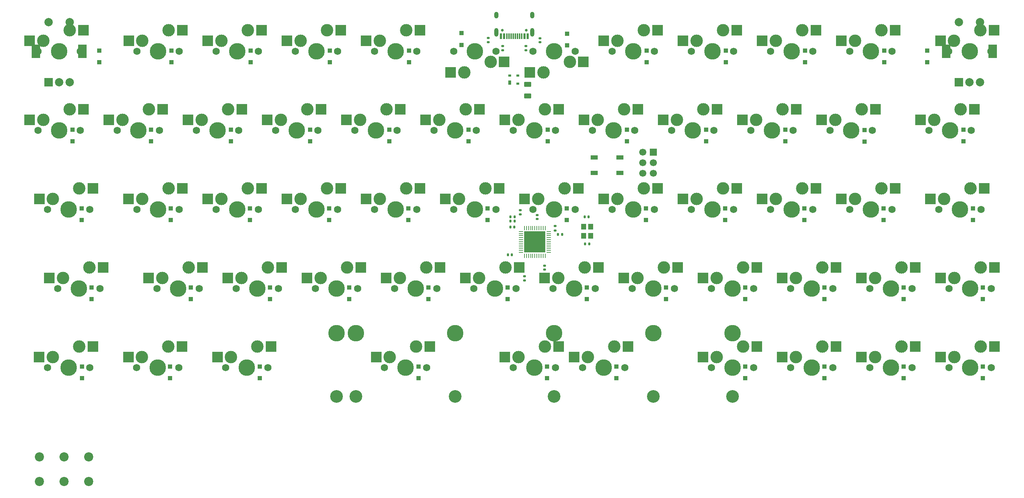
<source format=gbr>
%TF.GenerationSoftware,KiCad,Pcbnew,(7.0.0)*%
%TF.CreationDate,2023-05-29T16:26:44+02:00*%
%TF.ProjectId,the PETER keyboard,74686520-5045-4544-9552-206b6579626f,rev?*%
%TF.SameCoordinates,Original*%
%TF.FileFunction,Soldermask,Bot*%
%TF.FilePolarity,Negative*%
%FSLAX46Y46*%
G04 Gerber Fmt 4.6, Leading zero omitted, Abs format (unit mm)*
G04 Created by KiCad (PCBNEW (7.0.0)) date 2023-05-29 16:26:44*
%MOMM*%
%LPD*%
G01*
G04 APERTURE LIST*
G04 Aperture macros list*
%AMRoundRect*
0 Rectangle with rounded corners*
0 $1 Rounding radius*
0 $2 $3 $4 $5 $6 $7 $8 $9 X,Y pos of 4 corners*
0 Add a 4 corners polygon primitive as box body*
4,1,4,$2,$3,$4,$5,$6,$7,$8,$9,$2,$3,0*
0 Add four circle primitives for the rounded corners*
1,1,$1+$1,$2,$3*
1,1,$1+$1,$4,$5*
1,1,$1+$1,$6,$7*
1,1,$1+$1,$8,$9*
0 Add four rect primitives between the rounded corners*
20,1,$1+$1,$2,$3,$4,$5,0*
20,1,$1+$1,$4,$5,$6,$7,0*
20,1,$1+$1,$6,$7,$8,$9,0*
20,1,$1+$1,$8,$9,$2,$3,0*%
G04 Aperture macros list end*
%ADD10C,1.750000*%
%ADD11C,3.000000*%
%ADD12C,3.987800*%
%ADD13R,2.550000X2.500000*%
%ADD14C,2.200000*%
%ADD15C,3.048000*%
%ADD16R,2.000000X2.000000*%
%ADD17C,2.000000*%
%ADD18R,2.000000X3.200000*%
%ADD19R,1.100000X1.100000*%
%ADD20RoundRect,0.135000X0.185000X-0.135000X0.185000X0.135000X-0.185000X0.135000X-0.185000X-0.135000X0*%
%ADD21RoundRect,0.135000X-0.185000X0.135000X-0.185000X-0.135000X0.185000X-0.135000X0.185000X0.135000X0*%
%ADD22RoundRect,0.140000X-0.170000X0.140000X-0.170000X-0.140000X0.170000X-0.140000X0.170000X0.140000X0*%
%ADD23RoundRect,0.140000X-0.140000X-0.170000X0.140000X-0.170000X0.140000X0.170000X-0.140000X0.170000X0*%
%ADD24C,0.650000*%
%ADD25R,0.600000X1.450000*%
%ADD26R,0.300000X1.450000*%
%ADD27O,1.000000X1.600000*%
%ADD28O,1.000000X2.100000*%
%ADD29RoundRect,0.135000X-0.135000X-0.185000X0.135000X-0.185000X0.135000X0.185000X-0.135000X0.185000X0*%
%ADD30RoundRect,0.140000X0.140000X0.170000X-0.140000X0.170000X-0.140000X-0.170000X0.140000X-0.170000X0*%
%ADD31R,1.800000X1.100000*%
%ADD32RoundRect,0.250000X-0.625000X0.375000X-0.625000X-0.375000X0.625000X-0.375000X0.625000X0.375000X0*%
%ADD33RoundRect,0.140000X0.170000X-0.140000X0.170000X0.140000X-0.170000X0.140000X-0.170000X-0.140000X0*%
%ADD34R,0.700000X1.000000*%
%ADD35R,0.700000X0.600000*%
%ADD36R,1.200000X1.400000*%
%ADD37C,1.700000*%
%ADD38R,1.700000X1.700000*%
%ADD39RoundRect,0.062500X-0.062500X0.475000X-0.062500X-0.475000X0.062500X-0.475000X0.062500X0.475000X0*%
%ADD40RoundRect,0.062500X-0.475000X0.062500X-0.475000X-0.062500X0.475000X-0.062500X0.475000X0.062500X0*%
%ADD41R,5.200000X5.200000*%
G04 APERTURE END LIST*
D10*
%TO.C,MX56*%
X210820000Y-132842000D03*
D11*
X212090000Y-130302000D03*
D12*
X215900000Y-132842000D03*
D11*
X218440000Y-127762000D03*
D10*
X220980000Y-132842000D03*
D13*
X208814999Y-130301999D03*
X221741999Y-127761999D03*
%TD*%
D14*
%TO.C,H2*%
X42062500Y-160337500D03*
%TD*%
D10*
%TO.C,MX51*%
X75006200Y-132842000D03*
D11*
X76276200Y-130302000D03*
D12*
X80086200Y-132842000D03*
D11*
X82626200Y-127762000D03*
D10*
X85166200Y-132842000D03*
D13*
X73001199Y-130301999D03*
X85928199Y-127761999D03*
%TD*%
D14*
%TO.C,H1*%
X42062500Y-154387500D03*
%TD*%
D12*
%TO.C,MX52*%
X106324400Y-124587000D03*
D15*
X106324400Y-139827000D03*
D10*
X113182400Y-132842000D03*
D11*
X114452400Y-130302000D03*
D12*
X118262400Y-132842000D03*
D11*
X120802400Y-127762000D03*
D10*
X123342400Y-132842000D03*
D12*
X130200400Y-124587000D03*
D15*
X130200400Y-139827000D03*
D13*
X111177399Y-130301999D03*
X124104399Y-127761999D03*
%TD*%
D10*
%TO.C,MX13*%
X29845000Y-75692000D03*
D11*
X31115000Y-73152000D03*
D12*
X34925000Y-75692000D03*
D11*
X37465000Y-70612000D03*
D10*
X40005000Y-75692000D03*
D13*
X27839999Y-73151999D03*
X40766999Y-70611999D03*
%TD*%
D14*
%TO.C,H4*%
X36112500Y-154387500D03*
%TD*%
D10*
%TO.C,MX37*%
X34594800Y-113792000D03*
D11*
X35864800Y-111252000D03*
D12*
X39674800Y-113792000D03*
D11*
X42214800Y-108712000D03*
D10*
X44754800Y-113792000D03*
D13*
X32589799Y-111251999D03*
X45516799Y-108711999D03*
%TD*%
D10*
%TO.C,MX19*%
X144145000Y-75692000D03*
D11*
X145415000Y-73152000D03*
D12*
X149225000Y-75692000D03*
D11*
X151765000Y-70612000D03*
D10*
X154305000Y-75692000D03*
D13*
X142139999Y-73151999D03*
X155066999Y-70611999D03*
%TD*%
D12*
%TO.C,MX54*%
X153924000Y-124587000D03*
D15*
X153924000Y-139827000D03*
D10*
X160782000Y-132842000D03*
D11*
X162052000Y-130302000D03*
D12*
X165862000Y-132842000D03*
D11*
X168402000Y-127762000D03*
D10*
X170942000Y-132842000D03*
D12*
X177800000Y-124587000D03*
D15*
X177800000Y-139827000D03*
D13*
X158776999Y-130301999D03*
X171703999Y-127761999D03*
%TD*%
D10*
%TO.C,MX7*%
X159004000Y-56642000D03*
D11*
X157734000Y-59182000D03*
D12*
X153924000Y-56642000D03*
D11*
X151384000Y-61722000D03*
D10*
X148844000Y-56642000D03*
D13*
X161008999Y-59181999D03*
X148081999Y-61721999D03*
%TD*%
D10*
%TO.C,MX46*%
X210820000Y-113792000D03*
D11*
X212090000Y-111252000D03*
D12*
X215900000Y-113792000D03*
D11*
X218440000Y-108712000D03*
D10*
X220980000Y-113792000D03*
D13*
X208814999Y-111251999D03*
X221741999Y-108711999D03*
%TD*%
D16*
%TO.C,SW1*%
X32424999Y-64141999D03*
D17*
X37425000Y-64142000D03*
X34925000Y-64142000D03*
D18*
X29324999Y-56641999D03*
X40524999Y-56641999D03*
D17*
X37425000Y-49642000D03*
X32425000Y-49642000D03*
%TD*%
D10*
%TO.C,MX48*%
X248920000Y-113792000D03*
D11*
X250190000Y-111252000D03*
D12*
X254000000Y-113792000D03*
D11*
X256540000Y-108712000D03*
D10*
X259080000Y-113792000D03*
D13*
X246914999Y-111251999D03*
X259841999Y-108711999D03*
%TD*%
D10*
%TO.C,MX14*%
X48895000Y-75692000D03*
D11*
X50165000Y-73152000D03*
D12*
X53975000Y-75692000D03*
D11*
X56515000Y-70612000D03*
D10*
X59055000Y-75692000D03*
D13*
X46889999Y-73151999D03*
X59816999Y-70611999D03*
%TD*%
D10*
%TO.C,MX12*%
X248894600Y-56642000D03*
D11*
X250164600Y-54102000D03*
D12*
X253974600Y-56642000D03*
D11*
X256514600Y-51562000D03*
D10*
X259054600Y-56642000D03*
D13*
X246889599Y-54101999D03*
X259816599Y-51561999D03*
%TD*%
D10*
%TO.C,MX30*%
X129794000Y-94742000D03*
D11*
X131064000Y-92202000D03*
D12*
X134874000Y-94742000D03*
D11*
X137414000Y-89662000D03*
D10*
X139954000Y-94742000D03*
D13*
X127788999Y-92201999D03*
X140715999Y-89661999D03*
%TD*%
D10*
%TO.C,MX15*%
X67945000Y-75692000D03*
D11*
X69215000Y-73152000D03*
D12*
X73025000Y-75692000D03*
D11*
X75565000Y-70612000D03*
D10*
X78105000Y-75692000D03*
D13*
X65939999Y-73151999D03*
X78866999Y-70611999D03*
%TD*%
D10*
%TO.C,MX26*%
X53594000Y-94742000D03*
D11*
X54864000Y-92202000D03*
D12*
X58674000Y-94742000D03*
D11*
X61214000Y-89662000D03*
D10*
X63754000Y-94742000D03*
D13*
X51588999Y-92201999D03*
X64515999Y-89661999D03*
%TD*%
D10*
%TO.C,MX11*%
X225044000Y-56642000D03*
D11*
X226314000Y-54102000D03*
D12*
X230124000Y-56642000D03*
D11*
X232664000Y-51562000D03*
D10*
X235204000Y-56642000D03*
D13*
X223038999Y-54101999D03*
X235965999Y-51561999D03*
%TD*%
D10*
%TO.C,MX45*%
X191770000Y-113792000D03*
D11*
X193040000Y-111252000D03*
D12*
X196850000Y-113792000D03*
D11*
X199390000Y-108712000D03*
D10*
X201930000Y-113792000D03*
D13*
X189764999Y-111251999D03*
X202691999Y-108711999D03*
%TD*%
D10*
%TO.C,MX18*%
X125095000Y-75692000D03*
D11*
X126365000Y-73152000D03*
D12*
X130175000Y-75692000D03*
D11*
X132715000Y-70612000D03*
D10*
X135255000Y-75692000D03*
D13*
X123089999Y-73151999D03*
X136016999Y-70611999D03*
%TD*%
D10*
%TO.C,MX32*%
X167894000Y-94742000D03*
D11*
X169164000Y-92202000D03*
D12*
X172974000Y-94742000D03*
D11*
X175514000Y-89662000D03*
D10*
X178054000Y-94742000D03*
D13*
X165888999Y-92201999D03*
X178815999Y-89661999D03*
%TD*%
D10*
%TO.C,MX22*%
X201295000Y-75692000D03*
D11*
X202565000Y-73152000D03*
D12*
X206375000Y-75692000D03*
D11*
X208915000Y-70612000D03*
D10*
X211455000Y-75692000D03*
D13*
X199289999Y-73151999D03*
X212216999Y-70611999D03*
%TD*%
D14*
%TO.C,H5*%
X30162500Y-154387500D03*
%TD*%
%TO.C,H3*%
X36112500Y-160337500D03*
%TD*%
D10*
%TO.C,MX35*%
X225044000Y-94742000D03*
D11*
X226314000Y-92202000D03*
D12*
X230124000Y-94742000D03*
D11*
X232664000Y-89662000D03*
D10*
X235204000Y-94742000D03*
D13*
X223038999Y-92201999D03*
X235965999Y-89661999D03*
%TD*%
D10*
%TO.C,MX27*%
X72644000Y-94742000D03*
D11*
X73914000Y-92202000D03*
D12*
X77724000Y-94742000D03*
D11*
X80264000Y-89662000D03*
D10*
X82804000Y-94742000D03*
D13*
X70638999Y-92201999D03*
X83565999Y-89661999D03*
%TD*%
D10*
%TO.C,MX43*%
X153670000Y-113792000D03*
D11*
X154940000Y-111252000D03*
D12*
X158750000Y-113792000D03*
D11*
X161290000Y-108712000D03*
D10*
X163830000Y-113792000D03*
D13*
X151664999Y-111251999D03*
X164591999Y-108711999D03*
%TD*%
D10*
%TO.C,MX3*%
X72644000Y-56642000D03*
D11*
X73914000Y-54102000D03*
D12*
X77724000Y-56642000D03*
D11*
X80264000Y-51562000D03*
D10*
X82804000Y-56642000D03*
D13*
X70638999Y-54101999D03*
X83565999Y-51561999D03*
%TD*%
D10*
%TO.C,MX33*%
X186944000Y-94742000D03*
D11*
X188214000Y-92202000D03*
D12*
X192024000Y-94742000D03*
D11*
X194564000Y-89662000D03*
D10*
X197104000Y-94742000D03*
D13*
X184938999Y-92201999D03*
X197865999Y-89661999D03*
%TD*%
D10*
%TO.C,MX50*%
X53568600Y-132842000D03*
D11*
X54838600Y-130302000D03*
D12*
X58648600Y-132842000D03*
D11*
X61188600Y-127762000D03*
D10*
X63728600Y-132842000D03*
D13*
X51563599Y-130301999D03*
X64490599Y-127761999D03*
%TD*%
D10*
%TO.C,MX47*%
X229870000Y-113792000D03*
D11*
X231140000Y-111252000D03*
D12*
X234950000Y-113792000D03*
D11*
X237490000Y-108712000D03*
D10*
X240030000Y-113792000D03*
D13*
X227864999Y-111251999D03*
X240791999Y-108711999D03*
%TD*%
D10*
%TO.C,MX28*%
X91694000Y-94742000D03*
D11*
X92964000Y-92202000D03*
D12*
X96774000Y-94742000D03*
D11*
X99314000Y-89662000D03*
D10*
X101854000Y-94742000D03*
D13*
X89688999Y-92201999D03*
X102615999Y-89661999D03*
%TD*%
D10*
%TO.C,MX6*%
X139954000Y-56642000D03*
D11*
X138684000Y-59182000D03*
D12*
X134874000Y-56642000D03*
D11*
X132334000Y-61722000D03*
D10*
X129794000Y-56642000D03*
D13*
X141958999Y-59181999D03*
X129031999Y-61721999D03*
%TD*%
D10*
%TO.C,MX49*%
X32131000Y-132842000D03*
D11*
X33401000Y-130302000D03*
D12*
X37211000Y-132842000D03*
D11*
X39751000Y-127762000D03*
D10*
X42291000Y-132842000D03*
D13*
X30125999Y-130301999D03*
X43052999Y-127761999D03*
%TD*%
D10*
%TO.C,MX10*%
X205994000Y-56642000D03*
D11*
X207264000Y-54102000D03*
D12*
X211074000Y-56642000D03*
D11*
X213614000Y-51562000D03*
D10*
X216154000Y-56642000D03*
D13*
X203988999Y-54101999D03*
X216915999Y-51561999D03*
%TD*%
D10*
%TO.C,MX8*%
X167894000Y-56642000D03*
D11*
X169164000Y-54102000D03*
D12*
X172974000Y-56642000D03*
D11*
X175514000Y-51562000D03*
D10*
X178054000Y-56642000D03*
D13*
X165888999Y-54101999D03*
X178815999Y-51561999D03*
%TD*%
D10*
%TO.C,MX9*%
X186944000Y-56642000D03*
D11*
X188214000Y-54102000D03*
D12*
X192024000Y-56642000D03*
D11*
X194564000Y-51562000D03*
D10*
X197104000Y-56642000D03*
D13*
X184938999Y-54101999D03*
X197865999Y-51561999D03*
%TD*%
D10*
%TO.C,MX42*%
X134620000Y-113792000D03*
D11*
X135890000Y-111252000D03*
D12*
X139700000Y-113792000D03*
D11*
X142240000Y-108712000D03*
D10*
X144780000Y-113792000D03*
D13*
X132614999Y-111251999D03*
X145541999Y-108711999D03*
%TD*%
D10*
%TO.C,MX24*%
X244144800Y-75692000D03*
D11*
X245414800Y-73152000D03*
D12*
X249224800Y-75692000D03*
D11*
X251764800Y-70612000D03*
D10*
X254304800Y-75692000D03*
D13*
X242139799Y-73151999D03*
X255066799Y-70611999D03*
%TD*%
D10*
%TO.C,MX20*%
X163195000Y-75692000D03*
D11*
X164465000Y-73152000D03*
D12*
X168275000Y-75692000D03*
D11*
X170815000Y-70612000D03*
D10*
X173355000Y-75692000D03*
D13*
X161189999Y-73151999D03*
X174116999Y-70611999D03*
%TD*%
D10*
%TO.C,MX1*%
X29845000Y-56642000D03*
D11*
X31115000Y-54102000D03*
D12*
X34925000Y-56642000D03*
D11*
X37465000Y-51562000D03*
D10*
X40005000Y-56642000D03*
D13*
X27839999Y-54101999D03*
X40766999Y-51561999D03*
%TD*%
D10*
%TO.C,MX16*%
X86995000Y-75692000D03*
D11*
X88265000Y-73152000D03*
D12*
X92075000Y-75692000D03*
D11*
X94615000Y-70612000D03*
D10*
X97155000Y-75692000D03*
D13*
X84989999Y-73151999D03*
X97916999Y-70611999D03*
%TD*%
D10*
%TO.C,MX38*%
X58420000Y-113792000D03*
D11*
X59690000Y-111252000D03*
D12*
X63500000Y-113792000D03*
D11*
X66040000Y-108712000D03*
D10*
X68580000Y-113792000D03*
D13*
X56414999Y-111251999D03*
X69341999Y-108711999D03*
%TD*%
D10*
%TO.C,MX31*%
X148844000Y-94742000D03*
D11*
X150114000Y-92202000D03*
D12*
X153924000Y-94742000D03*
D11*
X156464000Y-89662000D03*
D10*
X159004000Y-94742000D03*
D13*
X146838999Y-92201999D03*
X159765999Y-89661999D03*
%TD*%
D14*
%TO.C,H6*%
X30162500Y-160337500D03*
%TD*%
D12*
%TO.C,MX53*%
X101600000Y-124587000D03*
D15*
X101600000Y-139827000D03*
D10*
X144145000Y-132842000D03*
D11*
X145415000Y-130302000D03*
D12*
X149225000Y-132842000D03*
D11*
X151765000Y-127762000D03*
D10*
X154305000Y-132842000D03*
D12*
X196850000Y-124587000D03*
D15*
X196850000Y-139827000D03*
D13*
X142139999Y-130301999D03*
X155066999Y-127761999D03*
%TD*%
D10*
%TO.C,MX29*%
X110744000Y-94742000D03*
D11*
X112014000Y-92202000D03*
D12*
X115824000Y-94742000D03*
D11*
X118364000Y-89662000D03*
D10*
X120904000Y-94742000D03*
D13*
X108738999Y-92201999D03*
X121665999Y-89661999D03*
%TD*%
D10*
%TO.C,MX39*%
X77470000Y-113792000D03*
D11*
X78740000Y-111252000D03*
D12*
X82550000Y-113792000D03*
D11*
X85090000Y-108712000D03*
D10*
X87630000Y-113792000D03*
D13*
X75464999Y-111251999D03*
X88391999Y-108711999D03*
%TD*%
D10*
%TO.C,MX55*%
X191770000Y-132842000D03*
D11*
X193040000Y-130302000D03*
D12*
X196850000Y-132842000D03*
D11*
X199390000Y-127762000D03*
D10*
X201930000Y-132842000D03*
D13*
X189764999Y-130301999D03*
X202691999Y-127761999D03*
%TD*%
D10*
%TO.C,MX40*%
X96520000Y-113792000D03*
D11*
X97790000Y-111252000D03*
D12*
X101600000Y-113792000D03*
D11*
X104140000Y-108712000D03*
D10*
X106680000Y-113792000D03*
D13*
X94514999Y-111251999D03*
X107441999Y-108711999D03*
%TD*%
D10*
%TO.C,MX21*%
X182245000Y-75692000D03*
D11*
X183515000Y-73152000D03*
D12*
X187325000Y-75692000D03*
D11*
X189865000Y-70612000D03*
D10*
X192405000Y-75692000D03*
D13*
X180239999Y-73151999D03*
X193166999Y-70611999D03*
%TD*%
D10*
%TO.C,MX5*%
X110744000Y-56642000D03*
D11*
X112014000Y-54102000D03*
D12*
X115824000Y-56642000D03*
D11*
X118364000Y-51562000D03*
D10*
X120904000Y-56642000D03*
D13*
X108738999Y-54101999D03*
X121665999Y-51561999D03*
%TD*%
D10*
%TO.C,MX44*%
X172720000Y-113792000D03*
D11*
X173990000Y-111252000D03*
D12*
X177800000Y-113792000D03*
D11*
X180340000Y-108712000D03*
D10*
X182880000Y-113792000D03*
D13*
X170714999Y-111251999D03*
X183641999Y-108711999D03*
%TD*%
D10*
%TO.C,MX36*%
X246481600Y-94742000D03*
D11*
X247751600Y-92202000D03*
D12*
X251561600Y-94742000D03*
D11*
X254101600Y-89662000D03*
D10*
X256641600Y-94742000D03*
D13*
X244476599Y-92201999D03*
X257403599Y-89661999D03*
%TD*%
D16*
%TO.C,SW12*%
X251372999Y-64141999D03*
D17*
X256373000Y-64142000D03*
X253873000Y-64142000D03*
D18*
X248272999Y-56641999D03*
X259472999Y-56641999D03*
D17*
X256373000Y-49642000D03*
X251373000Y-49642000D03*
%TD*%
D10*
%TO.C,MX4*%
X91694000Y-56642000D03*
D11*
X92964000Y-54102000D03*
D12*
X96774000Y-56642000D03*
D11*
X99314000Y-51562000D03*
D10*
X101854000Y-56642000D03*
D13*
X89688999Y-54101999D03*
X102615999Y-51561999D03*
%TD*%
D10*
%TO.C,MX25*%
X32156400Y-94742000D03*
D11*
X33426400Y-92202000D03*
D12*
X37236400Y-94742000D03*
D11*
X39776400Y-89662000D03*
D10*
X42316400Y-94742000D03*
D13*
X30151399Y-92201999D03*
X43078399Y-89661999D03*
%TD*%
D10*
%TO.C,MX17*%
X106045000Y-75692000D03*
D11*
X107315000Y-73152000D03*
D12*
X111125000Y-75692000D03*
D11*
X113665000Y-70612000D03*
D10*
X116205000Y-75692000D03*
D13*
X104039999Y-73151999D03*
X116966999Y-70611999D03*
%TD*%
D10*
%TO.C,MX41*%
X115570000Y-113792000D03*
D11*
X116840000Y-111252000D03*
D12*
X120650000Y-113792000D03*
D11*
X123190000Y-108712000D03*
D10*
X125730000Y-113792000D03*
D13*
X113564999Y-111251999D03*
X126491999Y-108711999D03*
%TD*%
D10*
%TO.C,MX34*%
X205994000Y-94742000D03*
D11*
X207264000Y-92202000D03*
D12*
X211074000Y-94742000D03*
D11*
X213614000Y-89662000D03*
D10*
X216154000Y-94742000D03*
D13*
X203988999Y-92201999D03*
X216915999Y-89661999D03*
%TD*%
D10*
%TO.C,MX58*%
X248920000Y-132842000D03*
D11*
X250190000Y-130302000D03*
D12*
X254000000Y-132842000D03*
D11*
X256540000Y-127762000D03*
D10*
X259080000Y-132842000D03*
D13*
X246914999Y-130301999D03*
X259841999Y-127761999D03*
%TD*%
D10*
%TO.C,MX2*%
X53657500Y-56642000D03*
D11*
X54927500Y-54102000D03*
D12*
X58737500Y-56642000D03*
D11*
X61277500Y-51562000D03*
D10*
X63817500Y-56642000D03*
D13*
X51652499Y-54101999D03*
X64579499Y-51561999D03*
%TD*%
D10*
%TO.C,MX57*%
X229870000Y-132842000D03*
D11*
X231140000Y-130302000D03*
D12*
X234950000Y-132842000D03*
D11*
X237490000Y-127762000D03*
D10*
X240030000Y-132842000D03*
D13*
X227864999Y-130301999D03*
X240791999Y-127761999D03*
%TD*%
D10*
%TO.C,MX23*%
X220345000Y-75692000D03*
D11*
X221615000Y-73152000D03*
D12*
X225425000Y-75692000D03*
D11*
X227965000Y-70612000D03*
D10*
X230505000Y-75692000D03*
D13*
X218339999Y-73151999D03*
X231266999Y-70611999D03*
%TD*%
D19*
%TO.C,D40*%
X104662999Y-116349999D03*
X104662999Y-113549999D03*
%TD*%
%TO.C,D28*%
X99900499Y-97299999D03*
X99900499Y-94499999D03*
%TD*%
D20*
%TO.C,R_reset1*%
X154178000Y-99824000D03*
X154178000Y-98804000D03*
%TD*%
D19*
%TO.C,D21*%
X190499999Y-78399999D03*
X190499999Y-75599999D03*
%TD*%
D21*
%TO.C,R_USB2*%
X147200000Y-55446200D03*
X147200000Y-56466200D03*
%TD*%
D19*
%TO.C,D26*%
X61800499Y-97299999D03*
X61800499Y-94499999D03*
%TD*%
%TO.C,D9*%
X195262499Y-59349999D03*
X195262499Y-56549999D03*
%TD*%
%TO.C,D50*%
X61599999Y-135399999D03*
X61599999Y-132599999D03*
%TD*%
%TO.C,D44*%
X180862999Y-116349999D03*
X180862999Y-113549999D03*
%TD*%
%TO.C,D45*%
X199912999Y-116349999D03*
X199912999Y-113549999D03*
%TD*%
%TO.C,D17*%
X114299999Y-78399999D03*
X114299999Y-75599999D03*
%TD*%
%TO.C,D52*%
X121331799Y-135399999D03*
X121331799Y-132599999D03*
%TD*%
%TO.C,D58*%
X257062999Y-135399999D03*
X257062999Y-132599999D03*
%TD*%
D21*
%TO.C,R_HWB/PE2*%
X146812000Y-110869000D03*
X146812000Y-111889000D03*
%TD*%
D19*
%TO.C,D38*%
X66562999Y-116349999D03*
X66562999Y-113549999D03*
%TD*%
D22*
%TO.C,C_Decoupler1*%
X151638000Y-108295795D03*
X151638000Y-109255795D03*
%TD*%
D23*
%TO.C,C_crystal2*%
X161318000Y-96558100D03*
X162278000Y-96558100D03*
%TD*%
D19*
%TO.C,D35*%
X233250499Y-97299999D03*
X233250499Y-94499999D03*
%TD*%
D24*
%TO.C,J1*%
X141510000Y-51622000D03*
X147290000Y-51622000D03*
D25*
X141149999Y-53066999D03*
X141949999Y-53066999D03*
D26*
X143149999Y-53066999D03*
X144149999Y-53066999D03*
X144649999Y-53066999D03*
X145649999Y-53066999D03*
D25*
X146849999Y-53066999D03*
X147649999Y-53066999D03*
X147649999Y-53066999D03*
X146849999Y-53066999D03*
D26*
X146149999Y-53066999D03*
X145149999Y-53066999D03*
X143649999Y-53066999D03*
X142649999Y-53066999D03*
D25*
X141949999Y-53066999D03*
X141149999Y-53066999D03*
D27*
X140079999Y-47971999D03*
D28*
X140079999Y-52151999D03*
D27*
X148719999Y-47971999D03*
D28*
X148719999Y-52151999D03*
%TD*%
D19*
%TO.C,D23*%
X228599999Y-78431799D03*
X228599999Y-75631799D03*
%TD*%
%TO.C,D42*%
X142762999Y-116349999D03*
X142762999Y-113549999D03*
%TD*%
%TO.C,D47*%
X238012999Y-116349999D03*
X238012999Y-113549999D03*
%TD*%
%TO.C,D4*%
X100012499Y-59349999D03*
X100012499Y-56549999D03*
%TD*%
%TO.C,D3*%
X80962499Y-59349999D03*
X80962499Y-56549999D03*
%TD*%
D29*
%TO.C,R_USB3*%
X143469900Y-97586800D03*
X144489900Y-97586800D03*
%TD*%
D21*
%TO.C,R_USB1*%
X141600000Y-55420800D03*
X141600000Y-56440800D03*
%TD*%
D19*
%TO.C,D27*%
X80850499Y-97299999D03*
X80850499Y-94499999D03*
%TD*%
%TO.C,D12*%
X243681299Y-59349999D03*
X243681299Y-56549999D03*
%TD*%
D30*
%TO.C,C_Decoupler2*%
X143824900Y-105664000D03*
X142864900Y-105664000D03*
%TD*%
D19*
%TO.C,D1*%
X44576999Y-59349999D03*
X44576999Y-56549999D03*
%TD*%
%TO.C,D37*%
X42750499Y-116349999D03*
X42750499Y-113549999D03*
%TD*%
D31*
%TO.C,SW2*%
X169787499Y-82287499D03*
X163587499Y-85987499D03*
X169787499Y-85987499D03*
X163587499Y-82287499D03*
%TD*%
D19*
%TO.C,D39*%
X85612999Y-116349999D03*
X85612999Y-113549999D03*
%TD*%
D29*
%TO.C,R_USB4*%
X143469900Y-96520000D03*
X144489900Y-96520000D03*
%TD*%
D19*
%TO.C,D11*%
X233362499Y-59349999D03*
X233362499Y-56549999D03*
%TD*%
%TO.C,D51*%
X83199999Y-135399999D03*
X83199999Y-132599999D03*
%TD*%
D32*
%TO.C,F_USBC1*%
X147600000Y-64600000D03*
X147600000Y-67400000D03*
%TD*%
D21*
%TO.C,R_USBSHIELD1*%
X138112500Y-53465000D03*
X138112500Y-54485000D03*
%TD*%
D19*
%TO.C,D33*%
X195150499Y-97299999D03*
X195150499Y-94499999D03*
%TD*%
%TO.C,D7*%
X157098999Y-52447999D03*
X157098999Y-55247999D03*
%TD*%
%TO.C,D41*%
X123712999Y-116349999D03*
X123712999Y-113549999D03*
%TD*%
%TO.C,D43*%
X161812999Y-116349999D03*
X161812999Y-113549999D03*
%TD*%
D33*
%TO.C,C_UCAP1*%
X145846800Y-95933200D03*
X145846800Y-94973200D03*
%TD*%
D19*
%TO.C,D57*%
X238012999Y-135399999D03*
X238012999Y-132599999D03*
%TD*%
D30*
%TO.C,C_Decoupler5*%
X144409100Y-99034600D03*
X143449100Y-99034600D03*
%TD*%
D19*
%TO.C,D13*%
X38099999Y-78399999D03*
X38099999Y-75599999D03*
%TD*%
D30*
%TO.C,C_crystal1*%
X162405000Y-103060500D03*
X161445000Y-103060500D03*
%TD*%
D19*
%TO.C,D10*%
X214312499Y-59349999D03*
X214312499Y-56549999D03*
%TD*%
%TO.C,D16*%
X95249999Y-78399999D03*
X95249999Y-75599999D03*
%TD*%
%TO.C,D25*%
X40369299Y-97299999D03*
X40369299Y-94499999D03*
%TD*%
%TO.C,D32*%
X176100499Y-97299999D03*
X176100499Y-94499999D03*
%TD*%
%TO.C,D8*%
X176212499Y-59349999D03*
X176212499Y-56549999D03*
%TD*%
%TO.C,D48*%
X257062999Y-116349999D03*
X257062999Y-113549999D03*
%TD*%
D34*
%TO.C,D59*%
X143271999Y-64249999D03*
D35*
X143271999Y-62549999D03*
X145271999Y-62549999D03*
X145271999Y-64449999D03*
%TD*%
D22*
%TO.C,C_USBSHIELD1*%
X150600000Y-53520000D03*
X150600000Y-54480000D03*
%TD*%
D19*
%TO.C,D56*%
X218962999Y-135399999D03*
X218962999Y-132599999D03*
%TD*%
%TO.C,D30*%
X138000499Y-97299999D03*
X138000499Y-94499999D03*
%TD*%
%TO.C,D22*%
X209549999Y-78399999D03*
X209549999Y-75599999D03*
%TD*%
%TO.C,D53*%
X152287999Y-135399999D03*
X152287999Y-132599999D03*
%TD*%
%TO.C,D34*%
X214200499Y-97299999D03*
X214200499Y-94499999D03*
%TD*%
D36*
%TO.C,Y1*%
X161074999Y-101112499D03*
X161074999Y-98912499D03*
X162774999Y-98912499D03*
X162774999Y-101112499D03*
%TD*%
D19*
%TO.C,D6*%
X131698999Y-52320999D03*
X131698999Y-55120999D03*
%TD*%
%TO.C,D18*%
X133349999Y-78399999D03*
X133349999Y-75599999D03*
%TD*%
D33*
%TO.C,C_Decoupler4*%
X149860000Y-97101600D03*
X149860000Y-96141600D03*
%TD*%
D19*
%TO.C,D19*%
X152399999Y-78399999D03*
X152399999Y-75599999D03*
%TD*%
D23*
%TO.C,C_Decoupler3*%
X154920000Y-100800000D03*
X155880000Y-100800000D03*
%TD*%
D19*
%TO.C,D46*%
X218962999Y-116349999D03*
X218962999Y-113549999D03*
%TD*%
%TO.C,D31*%
X157050499Y-97299999D03*
X157050499Y-94499999D03*
%TD*%
%TO.C,D29*%
X118950499Y-97299999D03*
X118950499Y-94499999D03*
%TD*%
%TO.C,D54*%
X168956799Y-135399999D03*
X168956799Y-132599999D03*
%TD*%
%TO.C,D2*%
X61912499Y-59349999D03*
X61912499Y-56549999D03*
%TD*%
%TO.C,D5*%
X119062499Y-59349999D03*
X119062499Y-56549999D03*
%TD*%
%TO.C,D24*%
X252412499Y-78399999D03*
X252412499Y-75599999D03*
%TD*%
%TO.C,D20*%
X171449999Y-78399999D03*
X171449999Y-75599999D03*
%TD*%
D37*
%TO.C,J2*%
X175260000Y-86042500D03*
X177800000Y-86042500D03*
X175260000Y-83502500D03*
X177800000Y-83502500D03*
X175260000Y-80962500D03*
D38*
X177799999Y-80962499D03*
%TD*%
D19*
%TO.C,D36*%
X254681799Y-97299999D03*
X254681799Y-94499999D03*
%TD*%
%TO.C,D14*%
X56999999Y-78399999D03*
X56999999Y-75599999D03*
%TD*%
%TO.C,D49*%
X40399999Y-135399999D03*
X40399999Y-132599999D03*
%TD*%
%TO.C,D55*%
X199912999Y-135399999D03*
X199912999Y-132599999D03*
%TD*%
D39*
%TO.C,U1*%
X146839300Y-99253100D03*
X147339300Y-99253100D03*
X147839300Y-99253100D03*
X148339300Y-99253100D03*
X148839300Y-99253100D03*
X149339300Y-99253100D03*
X149839300Y-99253100D03*
X150339300Y-99253100D03*
X150839300Y-99253100D03*
X151339300Y-99253100D03*
X151839300Y-99253100D03*
D40*
X152676800Y-100090600D03*
X152676800Y-100590600D03*
X152676800Y-101090600D03*
X152676800Y-101590600D03*
X152676800Y-102090600D03*
X152676800Y-102590600D03*
X152676800Y-103090600D03*
X152676800Y-103590600D03*
X152676800Y-104090600D03*
X152676800Y-104590600D03*
X152676800Y-105090600D03*
D39*
X151839300Y-105928100D03*
X151339300Y-105928100D03*
X150839300Y-105928100D03*
X150339300Y-105928100D03*
X149839300Y-105928100D03*
X149339300Y-105928100D03*
X148839300Y-105928100D03*
X148339300Y-105928100D03*
X147839300Y-105928100D03*
X147339300Y-105928100D03*
X146839300Y-105928100D03*
D40*
X146001800Y-105090600D03*
X146001800Y-104590600D03*
X146001800Y-104090600D03*
X146001800Y-103590600D03*
X146001800Y-103090600D03*
X146001800Y-102590600D03*
X146001800Y-102090600D03*
X146001800Y-101590600D03*
X146001800Y-101090600D03*
X146001800Y-100590600D03*
X146001800Y-100090600D03*
D41*
X149339299Y-102590599D03*
%TD*%
D19*
%TO.C,D15*%
X76199999Y-78399999D03*
X76199999Y-75599999D03*
%TD*%
M02*

</source>
